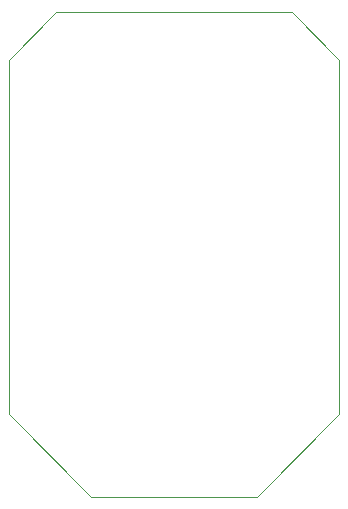
<source format=gbr>
%TF.GenerationSoftware,KiCad,Pcbnew,(5.1.8)-1*%
%TF.CreationDate,2021-09-07T20:43:03-04:00*%
%TF.ProjectId,mainboard_v1,6d61696e-626f-4617-9264-5f76312e6b69,rev?*%
%TF.SameCoordinates,Original*%
%TF.FileFunction,Profile,NP*%
%FSLAX46Y46*%
G04 Gerber Fmt 4.6, Leading zero omitted, Abs format (unit mm)*
G04 Created by KiCad (PCBNEW (5.1.8)-1) date 2021-09-07 20:43:03*
%MOMM*%
%LPD*%
G01*
G04 APERTURE LIST*
%TA.AperFunction,Profile*%
%ADD10C,0.050000*%
%TD*%
G04 APERTURE END LIST*
D10*
X176000000Y-94000000D02*
X180000000Y-90000000D01*
X176000000Y-124000000D02*
X176000000Y-94000000D01*
X183000000Y-131000000D02*
X176000000Y-124000000D01*
X197000000Y-131000000D02*
X183000000Y-131000000D01*
X204000000Y-124000000D02*
X197000000Y-131000000D01*
X204000000Y-94000000D02*
X204000000Y-124000000D01*
X200000000Y-90000000D02*
X204000000Y-94000000D01*
X180000000Y-90000000D02*
X200000000Y-90000000D01*
M02*

</source>
